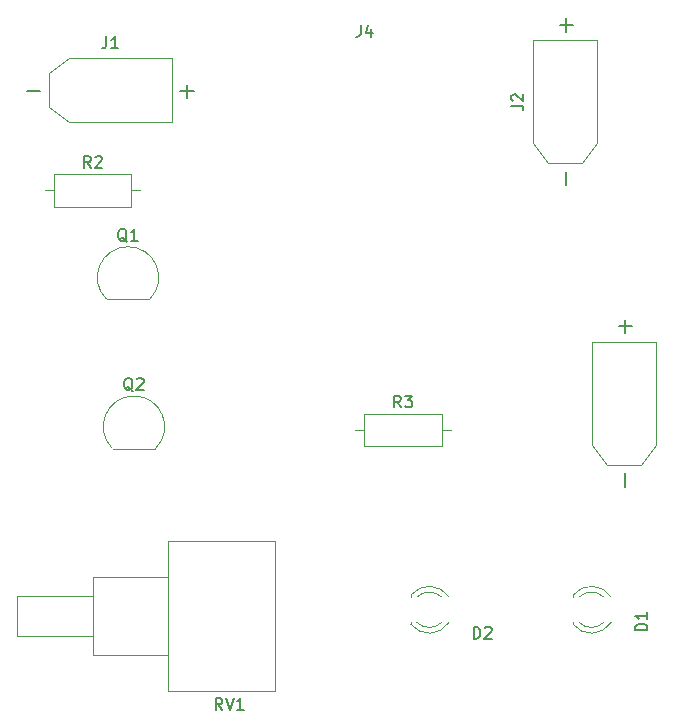
<source format=gbr>
%TF.GenerationSoftware,KiCad,Pcbnew,8.0.8*%
%TF.CreationDate,2025-04-07T00:16:06+05:30*%
%TF.ProjectId,CA-3_PCB,43412d33-5f50-4434-922e-6b696361645f,rev?*%
%TF.SameCoordinates,Original*%
%TF.FileFunction,Legend,Top*%
%TF.FilePolarity,Positive*%
%FSLAX46Y46*%
G04 Gerber Fmt 4.6, Leading zero omitted, Abs format (unit mm)*
G04 Created by KiCad (PCBNEW 8.0.8) date 2025-04-07 00:16:06*
%MOMM*%
%LPD*%
G01*
G04 APERTURE LIST*
%ADD10C,0.150000*%
%ADD11C,0.120000*%
G04 APERTURE END LIST*
D10*
X98833333Y-51084819D02*
X98500000Y-50608628D01*
X98261905Y-51084819D02*
X98261905Y-50084819D01*
X98261905Y-50084819D02*
X98642857Y-50084819D01*
X98642857Y-50084819D02*
X98738095Y-50132438D01*
X98738095Y-50132438D02*
X98785714Y-50180057D01*
X98785714Y-50180057D02*
X98833333Y-50275295D01*
X98833333Y-50275295D02*
X98833333Y-50418152D01*
X98833333Y-50418152D02*
X98785714Y-50513390D01*
X98785714Y-50513390D02*
X98738095Y-50561009D01*
X98738095Y-50561009D02*
X98642857Y-50608628D01*
X98642857Y-50608628D02*
X98261905Y-50608628D01*
X99214286Y-50180057D02*
X99261905Y-50132438D01*
X99261905Y-50132438D02*
X99357143Y-50084819D01*
X99357143Y-50084819D02*
X99595238Y-50084819D01*
X99595238Y-50084819D02*
X99690476Y-50132438D01*
X99690476Y-50132438D02*
X99738095Y-50180057D01*
X99738095Y-50180057D02*
X99785714Y-50275295D01*
X99785714Y-50275295D02*
X99785714Y-50370533D01*
X99785714Y-50370533D02*
X99738095Y-50513390D01*
X99738095Y-50513390D02*
X99166667Y-51084819D01*
X99166667Y-51084819D02*
X99785714Y-51084819D01*
X131261905Y-90954819D02*
X131261905Y-89954819D01*
X131261905Y-89954819D02*
X131500000Y-89954819D01*
X131500000Y-89954819D02*
X131642857Y-90002438D01*
X131642857Y-90002438D02*
X131738095Y-90097676D01*
X131738095Y-90097676D02*
X131785714Y-90192914D01*
X131785714Y-90192914D02*
X131833333Y-90383390D01*
X131833333Y-90383390D02*
X131833333Y-90526247D01*
X131833333Y-90526247D02*
X131785714Y-90716723D01*
X131785714Y-90716723D02*
X131738095Y-90811961D01*
X131738095Y-90811961D02*
X131642857Y-90907200D01*
X131642857Y-90907200D02*
X131500000Y-90954819D01*
X131500000Y-90954819D02*
X131261905Y-90954819D01*
X132214286Y-90050057D02*
X132261905Y-90002438D01*
X132261905Y-90002438D02*
X132357143Y-89954819D01*
X132357143Y-89954819D02*
X132595238Y-89954819D01*
X132595238Y-89954819D02*
X132690476Y-90002438D01*
X132690476Y-90002438D02*
X132738095Y-90050057D01*
X132738095Y-90050057D02*
X132785714Y-90145295D01*
X132785714Y-90145295D02*
X132785714Y-90240533D01*
X132785714Y-90240533D02*
X132738095Y-90383390D01*
X132738095Y-90383390D02*
X132166667Y-90954819D01*
X132166667Y-90954819D02*
X132785714Y-90954819D01*
X100166666Y-39954819D02*
X100166666Y-40669104D01*
X100166666Y-40669104D02*
X100119047Y-40811961D01*
X100119047Y-40811961D02*
X100023809Y-40907200D01*
X100023809Y-40907200D02*
X99880952Y-40954819D01*
X99880952Y-40954819D02*
X99785714Y-40954819D01*
X101166666Y-40954819D02*
X100595238Y-40954819D01*
X100880952Y-40954819D02*
X100880952Y-39954819D01*
X100880952Y-39954819D02*
X100785714Y-40097676D01*
X100785714Y-40097676D02*
X100690476Y-40192914D01*
X100690476Y-40192914D02*
X100595238Y-40240533D01*
X93428571Y-44614700D02*
X94571429Y-44614700D01*
X106428571Y-44614700D02*
X107571429Y-44614700D01*
X107000000Y-45186128D02*
X107000000Y-44043271D01*
X145954819Y-90238094D02*
X144954819Y-90238094D01*
X144954819Y-90238094D02*
X144954819Y-89999999D01*
X144954819Y-89999999D02*
X145002438Y-89857142D01*
X145002438Y-89857142D02*
X145097676Y-89761904D01*
X145097676Y-89761904D02*
X145192914Y-89714285D01*
X145192914Y-89714285D02*
X145383390Y-89666666D01*
X145383390Y-89666666D02*
X145526247Y-89666666D01*
X145526247Y-89666666D02*
X145716723Y-89714285D01*
X145716723Y-89714285D02*
X145811961Y-89761904D01*
X145811961Y-89761904D02*
X145907200Y-89857142D01*
X145907200Y-89857142D02*
X145954819Y-89999999D01*
X145954819Y-89999999D02*
X145954819Y-90238094D01*
X145954819Y-88714285D02*
X145954819Y-89285713D01*
X145954819Y-88999999D02*
X144954819Y-88999999D01*
X144954819Y-88999999D02*
X145097676Y-89095237D01*
X145097676Y-89095237D02*
X145192914Y-89190475D01*
X145192914Y-89190475D02*
X145240533Y-89285713D01*
X121686666Y-39004819D02*
X121686666Y-39719104D01*
X121686666Y-39719104D02*
X121639047Y-39861961D01*
X121639047Y-39861961D02*
X121543809Y-39957200D01*
X121543809Y-39957200D02*
X121400952Y-40004819D01*
X121400952Y-40004819D02*
X121305714Y-40004819D01*
X122591428Y-39338152D02*
X122591428Y-40004819D01*
X122353333Y-38957200D02*
X122115238Y-39671485D01*
X122115238Y-39671485D02*
X122734285Y-39671485D01*
X144114700Y-78071428D02*
X144114700Y-76928571D01*
X144114700Y-65071428D02*
X144114700Y-63928571D01*
X144686128Y-64499999D02*
X143543271Y-64499999D01*
X125113333Y-71364819D02*
X124780000Y-70888628D01*
X124541905Y-71364819D02*
X124541905Y-70364819D01*
X124541905Y-70364819D02*
X124922857Y-70364819D01*
X124922857Y-70364819D02*
X125018095Y-70412438D01*
X125018095Y-70412438D02*
X125065714Y-70460057D01*
X125065714Y-70460057D02*
X125113333Y-70555295D01*
X125113333Y-70555295D02*
X125113333Y-70698152D01*
X125113333Y-70698152D02*
X125065714Y-70793390D01*
X125065714Y-70793390D02*
X125018095Y-70841009D01*
X125018095Y-70841009D02*
X124922857Y-70888628D01*
X124922857Y-70888628D02*
X124541905Y-70888628D01*
X125446667Y-70364819D02*
X126065714Y-70364819D01*
X126065714Y-70364819D02*
X125732381Y-70745771D01*
X125732381Y-70745771D02*
X125875238Y-70745771D01*
X125875238Y-70745771D02*
X125970476Y-70793390D01*
X125970476Y-70793390D02*
X126018095Y-70841009D01*
X126018095Y-70841009D02*
X126065714Y-70936247D01*
X126065714Y-70936247D02*
X126065714Y-71174342D01*
X126065714Y-71174342D02*
X126018095Y-71269580D01*
X126018095Y-71269580D02*
X125970476Y-71317200D01*
X125970476Y-71317200D02*
X125875238Y-71364819D01*
X125875238Y-71364819D02*
X125589524Y-71364819D01*
X125589524Y-71364819D02*
X125494286Y-71317200D01*
X125494286Y-71317200D02*
X125446667Y-71269580D01*
X101904761Y-57350057D02*
X101809523Y-57302438D01*
X101809523Y-57302438D02*
X101714285Y-57207200D01*
X101714285Y-57207200D02*
X101571428Y-57064342D01*
X101571428Y-57064342D02*
X101476190Y-57016723D01*
X101476190Y-57016723D02*
X101380952Y-57016723D01*
X101428571Y-57254819D02*
X101333333Y-57207200D01*
X101333333Y-57207200D02*
X101238095Y-57111961D01*
X101238095Y-57111961D02*
X101190476Y-56921485D01*
X101190476Y-56921485D02*
X101190476Y-56588152D01*
X101190476Y-56588152D02*
X101238095Y-56397676D01*
X101238095Y-56397676D02*
X101333333Y-56302438D01*
X101333333Y-56302438D02*
X101428571Y-56254819D01*
X101428571Y-56254819D02*
X101619047Y-56254819D01*
X101619047Y-56254819D02*
X101714285Y-56302438D01*
X101714285Y-56302438D02*
X101809523Y-56397676D01*
X101809523Y-56397676D02*
X101857142Y-56588152D01*
X101857142Y-56588152D02*
X101857142Y-56921485D01*
X101857142Y-56921485D02*
X101809523Y-57111961D01*
X101809523Y-57111961D02*
X101714285Y-57207200D01*
X101714285Y-57207200D02*
X101619047Y-57254819D01*
X101619047Y-57254819D02*
X101428571Y-57254819D01*
X102809523Y-57254819D02*
X102238095Y-57254819D01*
X102523809Y-57254819D02*
X102523809Y-56254819D01*
X102523809Y-56254819D02*
X102428571Y-56397676D01*
X102428571Y-56397676D02*
X102333333Y-56492914D01*
X102333333Y-56492914D02*
X102238095Y-56540533D01*
X102404761Y-69990057D02*
X102309523Y-69942438D01*
X102309523Y-69942438D02*
X102214285Y-69847200D01*
X102214285Y-69847200D02*
X102071428Y-69704342D01*
X102071428Y-69704342D02*
X101976190Y-69656723D01*
X101976190Y-69656723D02*
X101880952Y-69656723D01*
X101928571Y-69894819D02*
X101833333Y-69847200D01*
X101833333Y-69847200D02*
X101738095Y-69751961D01*
X101738095Y-69751961D02*
X101690476Y-69561485D01*
X101690476Y-69561485D02*
X101690476Y-69228152D01*
X101690476Y-69228152D02*
X101738095Y-69037676D01*
X101738095Y-69037676D02*
X101833333Y-68942438D01*
X101833333Y-68942438D02*
X101928571Y-68894819D01*
X101928571Y-68894819D02*
X102119047Y-68894819D01*
X102119047Y-68894819D02*
X102214285Y-68942438D01*
X102214285Y-68942438D02*
X102309523Y-69037676D01*
X102309523Y-69037676D02*
X102357142Y-69228152D01*
X102357142Y-69228152D02*
X102357142Y-69561485D01*
X102357142Y-69561485D02*
X102309523Y-69751961D01*
X102309523Y-69751961D02*
X102214285Y-69847200D01*
X102214285Y-69847200D02*
X102119047Y-69894819D01*
X102119047Y-69894819D02*
X101928571Y-69894819D01*
X102738095Y-68990057D02*
X102785714Y-68942438D01*
X102785714Y-68942438D02*
X102880952Y-68894819D01*
X102880952Y-68894819D02*
X103119047Y-68894819D01*
X103119047Y-68894819D02*
X103214285Y-68942438D01*
X103214285Y-68942438D02*
X103261904Y-68990057D01*
X103261904Y-68990057D02*
X103309523Y-69085295D01*
X103309523Y-69085295D02*
X103309523Y-69180533D01*
X103309523Y-69180533D02*
X103261904Y-69323390D01*
X103261904Y-69323390D02*
X102690476Y-69894819D01*
X102690476Y-69894819D02*
X103309523Y-69894819D01*
X134454819Y-45833333D02*
X135169104Y-45833333D01*
X135169104Y-45833333D02*
X135311961Y-45880952D01*
X135311961Y-45880952D02*
X135407200Y-45976190D01*
X135407200Y-45976190D02*
X135454819Y-46119047D01*
X135454819Y-46119047D02*
X135454819Y-46214285D01*
X134550057Y-45404761D02*
X134502438Y-45357142D01*
X134502438Y-45357142D02*
X134454819Y-45261904D01*
X134454819Y-45261904D02*
X134454819Y-45023809D01*
X134454819Y-45023809D02*
X134502438Y-44928571D01*
X134502438Y-44928571D02*
X134550057Y-44880952D01*
X134550057Y-44880952D02*
X134645295Y-44833333D01*
X134645295Y-44833333D02*
X134740533Y-44833333D01*
X134740533Y-44833333D02*
X134883390Y-44880952D01*
X134883390Y-44880952D02*
X135454819Y-45452380D01*
X135454819Y-45452380D02*
X135454819Y-44833333D01*
X139114700Y-39571428D02*
X139114700Y-38428571D01*
X139686128Y-38999999D02*
X138543271Y-38999999D01*
X139114700Y-52571428D02*
X139114700Y-51428571D01*
X109979761Y-96969819D02*
X109646428Y-96493628D01*
X109408333Y-96969819D02*
X109408333Y-95969819D01*
X109408333Y-95969819D02*
X109789285Y-95969819D01*
X109789285Y-95969819D02*
X109884523Y-96017438D01*
X109884523Y-96017438D02*
X109932142Y-96065057D01*
X109932142Y-96065057D02*
X109979761Y-96160295D01*
X109979761Y-96160295D02*
X109979761Y-96303152D01*
X109979761Y-96303152D02*
X109932142Y-96398390D01*
X109932142Y-96398390D02*
X109884523Y-96446009D01*
X109884523Y-96446009D02*
X109789285Y-96493628D01*
X109789285Y-96493628D02*
X109408333Y-96493628D01*
X110265476Y-95969819D02*
X110598809Y-96969819D01*
X110598809Y-96969819D02*
X110932142Y-95969819D01*
X111789285Y-96969819D02*
X111217857Y-96969819D01*
X111503571Y-96969819D02*
X111503571Y-95969819D01*
X111503571Y-95969819D02*
X111408333Y-96112676D01*
X111408333Y-96112676D02*
X111313095Y-96207914D01*
X111313095Y-96207914D02*
X111217857Y-96255533D01*
D11*
%TO.C,R2*%
X94960000Y-53000000D02*
X95730000Y-53000000D01*
X95730000Y-51630000D02*
X95730000Y-54370000D01*
X95730000Y-54370000D02*
X102270000Y-54370000D01*
X102270000Y-51630000D02*
X95730000Y-51630000D01*
X102270000Y-54370000D02*
X102270000Y-51630000D01*
X103040000Y-53000000D02*
X102270000Y-53000000D01*
%TO.C,D2*%
X125940000Y-87264000D02*
X125940000Y-87420000D01*
X125940000Y-89580000D02*
X125940000Y-89736000D01*
X125940000Y-87264484D02*
G75*
G02*
X129171397Y-87419939I1560000J-1235516D01*
G01*
X126459039Y-87420000D02*
G75*
G02*
X128540910Y-87419951I1040961J-1080000D01*
G01*
X128540910Y-89580049D02*
G75*
G02*
X126459039Y-89580000I-1040910J1080049D01*
G01*
X129171397Y-89580061D02*
G75*
G02*
X125940000Y-89735516I-1671397J1080061D01*
G01*
%TO.C,J1*%
X95290000Y-43090000D02*
X95290000Y-45910000D01*
X95290000Y-43090000D02*
X96990000Y-41790000D01*
X95290000Y-45910000D02*
X96990000Y-47210000D01*
X96990000Y-41790000D02*
X105710000Y-41790000D01*
X96990000Y-47210000D02*
X105710000Y-47210000D01*
X105710000Y-41790000D02*
X105710000Y-47210000D01*
%TO.C,D1*%
X139670000Y-87264000D02*
X139670000Y-87420000D01*
X139670000Y-89580000D02*
X139670000Y-89736000D01*
X139670000Y-87264484D02*
G75*
G02*
X142901397Y-87419939I1560000J-1235516D01*
G01*
X140189039Y-87420000D02*
G75*
G02*
X142270910Y-87419951I1040961J-1080000D01*
G01*
X142270910Y-89580049D02*
G75*
G02*
X140189039Y-89580000I-1040910J1080049D01*
G01*
X142901397Y-89580061D02*
G75*
G02*
X139670000Y-89735516I-1671397J1080061D01*
G01*
%TO.C,J4*%
X141290000Y-65790000D02*
X146710000Y-65790000D01*
X141290000Y-74510000D02*
X141290000Y-65790000D01*
X142590000Y-76210000D02*
X141290000Y-74510000D01*
X142590000Y-76210000D02*
X145410000Y-76210000D01*
X145410000Y-76210000D02*
X146710000Y-74510000D01*
X146710000Y-74510000D02*
X146710000Y-65790000D01*
%TO.C,R3*%
X121240000Y-73280000D02*
X122010000Y-73280000D01*
X122010000Y-71910000D02*
X122010000Y-74650000D01*
X122010000Y-74650000D02*
X128550000Y-74650000D01*
X128550000Y-71910000D02*
X122010000Y-71910000D01*
X128550000Y-74650000D02*
X128550000Y-71910000D01*
X129320000Y-73280000D02*
X128550000Y-73280000D01*
%TO.C,Q1*%
X100200000Y-62210000D02*
X103800000Y-62210000D01*
X100161522Y-62198478D02*
G75*
G02*
X102000000Y-57759999I1838478J1838478D01*
G01*
X102000000Y-57760000D02*
G75*
G02*
X103838478Y-62198478I0J-2600000D01*
G01*
%TO.C,Q2*%
X100700000Y-74850000D02*
X104300000Y-74850000D01*
X100661522Y-74838478D02*
G75*
G02*
X102500000Y-70399999I1838478J1838478D01*
G01*
X102500000Y-70400000D02*
G75*
G02*
X104338478Y-74838478I0J-2600000D01*
G01*
%TO.C,J2*%
X136290000Y-40290000D02*
X141710000Y-40290000D01*
X136290000Y-49010000D02*
X136290000Y-40290000D01*
X137590000Y-50710000D02*
X136290000Y-49010000D01*
X137590000Y-50710000D02*
X140410000Y-50710000D01*
X140410000Y-50710000D02*
X141710000Y-49010000D01*
X141710000Y-49010000D02*
X141710000Y-40290000D01*
%TO.C,RV1*%
X92575000Y-90719000D02*
X92575000Y-87310000D01*
X99025000Y-87310000D02*
X92575000Y-87310000D01*
X99025000Y-90719000D02*
X92575000Y-90719000D01*
X99025000Y-90719000D02*
X99025000Y-87310000D01*
X99025000Y-92310000D02*
X99025000Y-85720000D01*
X105375000Y-85720000D02*
X99025000Y-85720000D01*
X105375000Y-92310000D02*
X99025000Y-92310000D01*
X105375000Y-92310000D02*
X105375000Y-85720000D01*
X105375000Y-95385000D02*
X105375000Y-82645000D01*
X114445000Y-82645000D02*
X105375000Y-82645000D01*
X114445000Y-95385000D02*
X105375000Y-95385000D01*
X114445000Y-95385000D02*
X114445000Y-82645000D01*
%TD*%
M02*

</source>
